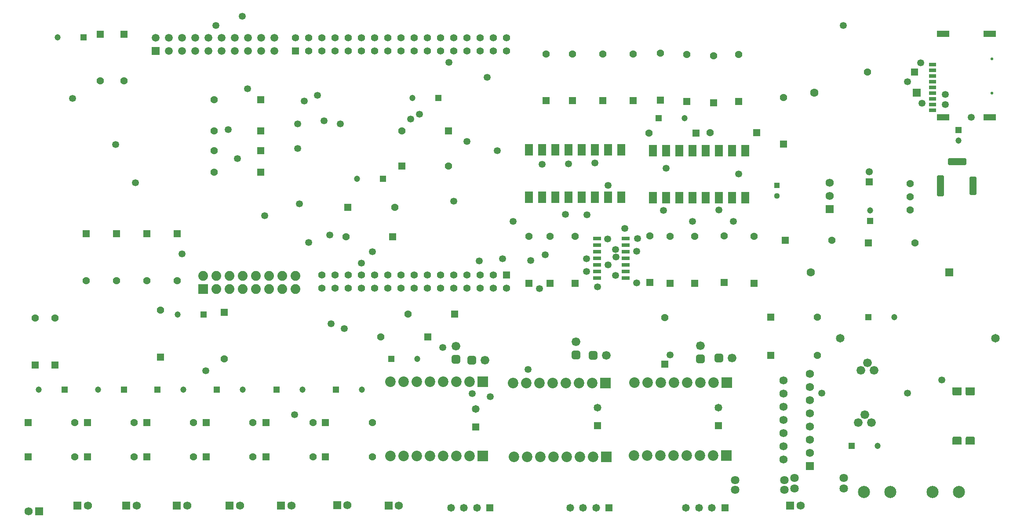
<source format=gts>
G04*
G04 #@! TF.GenerationSoftware,Altium Limited,Altium Designer,24.2.2 (26)*
G04*
G04 Layer_Color=8388736*
%FSLAX42Y42*%
%MOMM*%
G71*
G04*
G04 #@! TF.SameCoordinates,1B85D7C3-CB2C-498D-ACBB-91D5DC165851*
G04*
G04*
G04 #@! TF.FilePolarity,Negative*
G04*
G01*
G75*
%ADD20C,1.37*%
%ADD21R,1.48X0.70*%
%ADD22R,1.53X2.18*%
%ADD23R,2.48X1.18*%
%ADD24R,1.63X0.78*%
%ADD25C,1.63*%
%ADD26C,1.58*%
%ADD27R,1.58X1.58*%
%ADD28C,1.65*%
%ADD29C,1.50*%
%ADD30C,1.88*%
%ADD31C,1.39*%
%ADD32R,1.39X1.39*%
%ADD33C,1.43*%
%ADD34C,1.20*%
%ADD35R,1.20X1.20*%
%ADD36R,1.88X1.88*%
%ADD37R,1.43X1.43*%
%ADD38C,1.68*%
%ADD39C,0.55*%
%ADD40R,1.60X1.60*%
%ADD41C,1.60*%
%ADD42C,1.48*%
%ADD43R,1.48X1.48*%
%ADD44R,1.48X1.48*%
%ADD45R,1.43X1.43*%
%ADD46C,1.35*%
%ADD47R,1.50X1.50*%
G04:AMPARAMS|DCode=48|XSize=1.68mm|YSize=1.68mm|CornerRadius=0.44mm|HoleSize=0mm|Usage=FLASHONLY|Rotation=90.000|XOffset=0mm|YOffset=0mm|HoleType=Round|Shape=RoundedRectangle|*
%AMROUNDEDRECTD48*
21,1,1.68,0.80,0,0,90.0*
21,1,0.80,1.68,0,0,90.0*
1,1,0.88,0.40,0.40*
1,1,0.88,0.40,-0.40*
1,1,0.88,-0.40,-0.40*
1,1,0.88,-0.40,0.40*
%
%ADD48ROUNDEDRECTD48*%
G04:AMPARAMS|DCode=49|XSize=3.58mm|YSize=1.38mm|CornerRadius=0.36mm|HoleSize=0mm|Usage=FLASHONLY|Rotation=0.000|XOffset=0mm|YOffset=0mm|HoleType=Round|Shape=RoundedRectangle|*
%AMROUNDEDRECTD49*
21,1,3.58,0.65,0,0,0.0*
21,1,2.85,1.38,0,0,0.0*
1,1,0.73,1.43,-0.33*
1,1,0.73,-1.43,-0.33*
1,1,0.73,-1.43,0.33*
1,1,0.73,1.43,0.33*
%
%ADD49ROUNDEDRECTD49*%
G04:AMPARAMS|DCode=50|XSize=3.58mm|YSize=1.38mm|CornerRadius=0.36mm|HoleSize=0mm|Usage=FLASHONLY|Rotation=270.000|XOffset=0mm|YOffset=0mm|HoleType=Round|Shape=RoundedRectangle|*
%AMROUNDEDRECTD50*
21,1,3.58,0.65,0,0,270.0*
21,1,2.85,1.38,0,0,270.0*
1,1,0.73,-0.33,-1.43*
1,1,0.73,-0.33,1.43*
1,1,0.73,0.33,1.43*
1,1,0.73,0.33,-1.43*
%
%ADD50ROUNDEDRECTD50*%
G04:AMPARAMS|DCode=51|XSize=4.08mm|YSize=1.38mm|CornerRadius=0.36mm|HoleSize=0mm|Usage=FLASHONLY|Rotation=270.000|XOffset=0mm|YOffset=0mm|HoleType=Round|Shape=RoundedRectangle|*
%AMROUNDEDRECTD51*
21,1,4.08,0.65,0,0,270.0*
21,1,3.35,1.38,0,0,270.0*
1,1,0.73,-0.33,-1.68*
1,1,0.73,-0.33,1.68*
1,1,0.73,0.33,1.68*
1,1,0.73,0.33,-1.68*
%
%ADD51ROUNDEDRECTD51*%
%ADD52R,1.38X1.38*%
%ADD53C,1.38*%
%ADD54R,1.20X1.20*%
G04:AMPARAMS|DCode=55|XSize=1.68mm|YSize=1.68mm|CornerRadius=0.44mm|HoleSize=0mm|Usage=FLASHONLY|Rotation=0.000|XOffset=0mm|YOffset=0mm|HoleType=Round|Shape=RoundedRectangle|*
%AMROUNDEDRECTD55*
21,1,1.68,0.80,0,0,0.0*
21,1,0.80,1.68,0,0,0.0*
1,1,0.88,0.40,-0.40*
1,1,0.88,-0.40,-0.40*
1,1,0.88,-0.40,0.40*
1,1,0.88,0.40,0.40*
%
%ADD55ROUNDEDRECTD55*%
%ADD56C,2.03*%
%ADD57R,2.03X2.03*%
%ADD58C,2.33*%
%ADD59R,1.58X1.58*%
%ADD60R,1.13X1.13*%
%ADD61C,1.13*%
%ADD62C,1.35*%
G36*
X18785Y1615D02*
X18792Y1608D01*
X18796Y1599D01*
Y1594D01*
Y1467D01*
X18618D01*
Y1594D01*
Y1599D01*
X18622Y1608D01*
X18629Y1615D01*
X18638Y1619D01*
X18776D01*
X18785Y1615D01*
D02*
G37*
G36*
X19039D02*
X19046Y1608D01*
X19050Y1599D01*
Y1594D01*
Y1467D01*
X18872D01*
Y1594D01*
Y1599D01*
X18876Y1608D01*
X18883Y1615D01*
X18892Y1619D01*
X19030D01*
X19039Y1615D01*
D02*
G37*
G36*
X18796Y2445D02*
Y2440D01*
X18792Y2431D01*
X18785Y2424D01*
X18776Y2420D01*
X18638D01*
X18629Y2424D01*
X18622Y2431D01*
X18618Y2440D01*
Y2445D01*
Y2572D01*
X18796D01*
Y2445D01*
D02*
G37*
G36*
X19050D02*
Y2440D01*
X19046Y2431D01*
X19039Y2424D01*
X19030Y2420D01*
X18892D01*
X18883Y2424D01*
X18876Y2431D01*
X18872Y2440D01*
Y2445D01*
Y2572D01*
X19050D01*
Y2445D01*
D02*
G37*
D20*
X18961Y2496D02*
D03*
X18707D02*
D03*
Y1543D02*
D03*
X18961D02*
D03*
D21*
X18238Y8462D02*
D03*
Y8792D02*
D03*
Y8682D02*
D03*
Y8572D02*
D03*
Y8352D02*
D03*
Y8242D02*
D03*
Y8132D02*
D03*
Y8022D02*
D03*
Y7912D02*
D03*
D22*
X12852Y7137D02*
D03*
X13106D02*
D03*
X13360D02*
D03*
X13614D02*
D03*
X13868D02*
D03*
X14122D02*
D03*
X14376D02*
D03*
X14630D02*
D03*
Y6227D02*
D03*
X14376D02*
D03*
X14122D02*
D03*
X13868D02*
D03*
X13614D02*
D03*
X13360D02*
D03*
X13106D02*
D03*
X12852D02*
D03*
X10465Y7150D02*
D03*
X10719D02*
D03*
X10973D02*
D03*
X11227D02*
D03*
X11481D02*
D03*
X11735D02*
D03*
X11989D02*
D03*
X12243D02*
D03*
Y6240D02*
D03*
X11989D02*
D03*
X11735D02*
D03*
X11481D02*
D03*
X11227D02*
D03*
X10973D02*
D03*
X10719D02*
D03*
X10465D02*
D03*
D23*
X18438Y7774D02*
D03*
X19338D02*
D03*
Y9389D02*
D03*
X18438D02*
D03*
D24*
X11780Y5436D02*
D03*
Y5309D02*
D03*
Y5182D02*
D03*
Y5055D02*
D03*
Y4928D02*
D03*
Y4801D02*
D03*
Y4674D02*
D03*
X12325D02*
D03*
Y4801D02*
D03*
Y4928D02*
D03*
Y5055D02*
D03*
Y5182D02*
D03*
Y5309D02*
D03*
Y5436D02*
D03*
D25*
X14433Y787D02*
D03*
X15387D02*
D03*
Y597D02*
D03*
X14433D02*
D03*
X15576Y622D02*
D03*
X16530D02*
D03*
Y826D02*
D03*
X15576D02*
D03*
D26*
X15875Y2832D02*
D03*
X15367Y2705D02*
D03*
X15875Y2578D02*
D03*
X15367Y2451D02*
D03*
X15875Y2324D02*
D03*
X15367Y2197D02*
D03*
X15875Y2070D02*
D03*
X15367Y1943D02*
D03*
X15875Y1816D02*
D03*
X15367Y1689D02*
D03*
X15875Y1562D02*
D03*
X15367Y1435D02*
D03*
X15875Y1308D02*
D03*
X15367Y1181D02*
D03*
X4902Y293D02*
D03*
X829Y182D02*
D03*
X7961Y295D02*
D03*
X5890D02*
D03*
X1968Y293D02*
D03*
X2908D02*
D03*
X6969Y305D02*
D03*
X3886Y293D02*
D03*
X15696Y293D02*
D03*
X16256Y6261D02*
D03*
Y6515D02*
D03*
D27*
X15875Y1054D02*
D03*
X4702Y293D02*
D03*
X1029Y182D02*
D03*
X7761Y295D02*
D03*
X5690D02*
D03*
X1768Y293D02*
D03*
X2708D02*
D03*
X6769Y305D02*
D03*
X3686Y293D02*
D03*
X15496Y293D02*
D03*
D28*
X19449Y3518D02*
D03*
X16459D02*
D03*
D29*
X3274Y9309D02*
D03*
X3528Y9055D02*
D03*
Y9309D02*
D03*
X4036D02*
D03*
X4798Y9055D02*
D03*
X5052D02*
D03*
X5306D02*
D03*
X5560D02*
D03*
Y9309D02*
D03*
X5306D02*
D03*
X5052D02*
D03*
X4798D02*
D03*
X4544D02*
D03*
Y9055D02*
D03*
X4290Y9309D02*
D03*
Y9055D02*
D03*
X4036D02*
D03*
X3782Y9309D02*
D03*
Y9055D02*
D03*
D30*
X4697Y4724D02*
D03*
X4951D02*
D03*
X5205D02*
D03*
X5459Y4470D02*
D03*
Y4724D02*
D03*
X5713Y4470D02*
D03*
X4189Y4724D02*
D03*
X4443Y4470D02*
D03*
Y4724D02*
D03*
X4697Y4470D02*
D03*
X4951D02*
D03*
X5205D02*
D03*
X5713Y4724D02*
D03*
X5967Y4470D02*
D03*
Y4724D02*
D03*
D31*
X9778Y4483D02*
D03*
X9524Y4737D02*
D03*
Y4483D02*
D03*
X9270D02*
D03*
X9016Y4737D02*
D03*
Y4483D02*
D03*
X8762Y4737D02*
D03*
Y4483D02*
D03*
X8508Y4737D02*
D03*
Y4483D02*
D03*
X8254Y4737D02*
D03*
X7746D02*
D03*
X7492D02*
D03*
Y4483D02*
D03*
X7238Y4737D02*
D03*
Y4483D02*
D03*
X6984Y4737D02*
D03*
X6476Y4483D02*
D03*
X6222Y9055D02*
D03*
X6476D02*
D03*
X7238D02*
D03*
X7492D02*
D03*
X8000D02*
D03*
X8508Y9309D02*
D03*
X9016Y9055D02*
D03*
X9270D02*
D03*
X9524D02*
D03*
X10032D02*
D03*
X6730Y4483D02*
D03*
X6984D02*
D03*
X7746D02*
D03*
X8000D02*
D03*
X8254D02*
D03*
X10032D02*
D03*
X6476Y4737D02*
D03*
X6730D02*
D03*
X8000D02*
D03*
X9270D02*
D03*
X9778D02*
D03*
X7492Y9309D02*
D03*
X5968D02*
D03*
X6222D02*
D03*
X6476D02*
D03*
X6730Y9055D02*
D03*
Y9309D02*
D03*
X6984Y9055D02*
D03*
Y9309D02*
D03*
X7238D02*
D03*
X7746Y9055D02*
D03*
Y9309D02*
D03*
X8000D02*
D03*
X8254Y9055D02*
D03*
Y9309D02*
D03*
X8508Y9055D02*
D03*
X8762D02*
D03*
Y9309D02*
D03*
X9016D02*
D03*
X9270D02*
D03*
X9524D02*
D03*
X9778Y9055D02*
D03*
Y9309D02*
D03*
X10032D02*
D03*
D32*
X5968Y9055D02*
D03*
X10032Y4737D02*
D03*
D33*
X13081Y3917D02*
D03*
X15367Y8159D02*
D03*
X17900Y5359D02*
D03*
X4401Y7137D02*
D03*
Y8115D02*
D03*
Y7518D02*
D03*
Y6718D02*
D03*
X13952Y7480D02*
D03*
X12778Y7468D02*
D03*
X2210Y8478D02*
D03*
X2667D02*
D03*
X4006Y1889D02*
D03*
X5149D02*
D03*
X1720D02*
D03*
X2863D02*
D03*
X7448D02*
D03*
X1334Y3904D02*
D03*
X16020Y3924D02*
D03*
X16300Y5410D02*
D03*
X7614Y3543D02*
D03*
X8135Y3988D02*
D03*
X952Y3904D02*
D03*
X1720Y1228D02*
D03*
X4006D02*
D03*
X2863D02*
D03*
X5149D02*
D03*
X6305D02*
D03*
Y1889D02*
D03*
X8018Y7518D02*
D03*
X8918Y6833D02*
D03*
X7880Y6045D02*
D03*
X6941Y5474D02*
D03*
X4597Y3119D02*
D03*
X3693Y4630D02*
D03*
X3108D02*
D03*
X2524D02*
D03*
X1940D02*
D03*
X16987Y8649D02*
D03*
X3365Y4057D02*
D03*
X17805Y5994D02*
D03*
Y6248D02*
D03*
Y6502D02*
D03*
X14224Y5492D02*
D03*
X13183Y5479D02*
D03*
X12789Y5492D02*
D03*
X10465Y5479D02*
D03*
X11354D02*
D03*
X10871D02*
D03*
X16020Y3188D02*
D03*
X7448Y1228D02*
D03*
X12471Y8998D02*
D03*
X11887D02*
D03*
X11303D02*
D03*
X10795Y8997D02*
D03*
X14503Y8984D02*
D03*
X14021Y8959D02*
D03*
X13500Y8984D02*
D03*
X12992Y9010D02*
D03*
X13652Y5479D02*
D03*
X14796D02*
D03*
D34*
X13458Y7760D02*
D03*
X3700Y3975D02*
D03*
X8315Y3124D02*
D03*
X7248Y2524D02*
D03*
X1388Y9322D02*
D03*
X1020Y2524D02*
D03*
X2163D02*
D03*
X3806D02*
D03*
X6105D02*
D03*
X4949D02*
D03*
X8218Y8153D02*
D03*
X7154Y6591D02*
D03*
X17031Y5982D02*
D03*
X18732Y7328D02*
D03*
X17179Y1448D02*
D03*
X17497Y3924D02*
D03*
D35*
X12958Y7760D02*
D03*
X4200Y3975D02*
D03*
X7814Y3124D02*
D03*
X6748Y2524D02*
D03*
X1888Y9322D02*
D03*
X1520Y2524D02*
D03*
X2663D02*
D03*
X3306D02*
D03*
X5605D02*
D03*
X4449D02*
D03*
X8718Y8153D02*
D03*
X7654Y6591D02*
D03*
X16679Y1448D02*
D03*
X16997Y3924D02*
D03*
D36*
X4189Y4470D02*
D03*
D37*
X17000Y5359D02*
D03*
X5301Y7137D02*
D03*
Y8115D02*
D03*
Y7518D02*
D03*
Y6718D02*
D03*
X14852Y7480D02*
D03*
X13678Y7468D02*
D03*
X3106Y1889D02*
D03*
X4249D02*
D03*
X820D02*
D03*
X1963D02*
D03*
X6548D02*
D03*
X15120Y3924D02*
D03*
X15400Y5410D02*
D03*
X8515Y3543D02*
D03*
X9035Y3988D02*
D03*
X820Y1228D02*
D03*
X3106D02*
D03*
X1963D02*
D03*
X4249D02*
D03*
X5405D02*
D03*
Y1889D02*
D03*
X8918Y7518D02*
D03*
X8018Y6833D02*
D03*
X6979Y6045D02*
D03*
X7841Y5474D02*
D03*
X17887Y8649D02*
D03*
X15120Y3188D02*
D03*
X6548Y1228D02*
D03*
D38*
X16802Y1892D02*
D03*
X16929Y2042D02*
D03*
X17056Y1892D02*
D03*
X16853Y2896D02*
D03*
X16980Y3046D02*
D03*
X17107Y2896D02*
D03*
X13767Y3378D02*
D03*
X9614Y3099D02*
D03*
X9055Y3365D02*
D03*
X11367Y3454D02*
D03*
X14376Y3137D02*
D03*
X11951Y3188D02*
D03*
D39*
X19380Y8242D02*
D03*
Y8902D02*
D03*
D40*
X18562Y4788D02*
D03*
X17932Y8255D02*
D03*
D41*
X15888Y4788D02*
D03*
X15959Y8255D02*
D03*
D42*
X9436Y2156D02*
D03*
X13987Y250D02*
D03*
X13737D02*
D03*
X13487D02*
D03*
X9461D02*
D03*
X9211D02*
D03*
X8962D02*
D03*
X14110Y2182D02*
D03*
X11786D02*
D03*
X11256Y250D02*
D03*
X11506D02*
D03*
X11756D02*
D03*
D43*
X9436Y1806D02*
D03*
X14110Y1832D02*
D03*
X11786D02*
D03*
D44*
X14237Y250D02*
D03*
X9712D02*
D03*
X12006D02*
D03*
D45*
X2210Y9378D02*
D03*
X2667D02*
D03*
X1334Y3004D02*
D03*
X952D02*
D03*
X4597Y4019D02*
D03*
X3693Y5530D02*
D03*
X3108D02*
D03*
X2524D02*
D03*
X1940D02*
D03*
X3365Y3157D02*
D03*
X14224Y4592D02*
D03*
X13081Y3017D02*
D03*
X13183Y4579D02*
D03*
X12789Y4592D02*
D03*
X10465Y4579D02*
D03*
X11354D02*
D03*
X10871D02*
D03*
X15367Y7259D02*
D03*
X12471Y8098D02*
D03*
X11887D02*
D03*
X11303D02*
D03*
X10795Y8097D02*
D03*
X14503Y8084D02*
D03*
X14021Y8059D02*
D03*
X13500Y8084D02*
D03*
X12992Y8110D02*
D03*
X13652Y4579D02*
D03*
X14796D02*
D03*
D46*
X17755Y2464D02*
D03*
X16105D02*
D03*
D47*
X3274Y9055D02*
D03*
D48*
X13767Y3124D02*
D03*
X9055Y3111D02*
D03*
X11367Y3200D02*
D03*
D49*
X18712Y6922D02*
D03*
D50*
X19012Y6452D02*
D03*
D51*
X18392D02*
D03*
D52*
X17018Y6531D02*
D03*
D53*
Y6731D02*
D03*
D54*
X17031Y5782D02*
D03*
X18732Y7528D02*
D03*
D55*
X9360Y3099D02*
D03*
X14122Y3137D02*
D03*
X11697Y3188D02*
D03*
D56*
X10160Y2654D02*
D03*
X10414D02*
D03*
X10668D02*
D03*
X10922D02*
D03*
X11176D02*
D03*
X11430D02*
D03*
X11684D02*
D03*
X7798Y2680D02*
D03*
X8052D02*
D03*
X8306D02*
D03*
X8560D02*
D03*
X8814D02*
D03*
X9068D02*
D03*
X9322D02*
D03*
X7798Y1245D02*
D03*
X8052D02*
D03*
X8306D02*
D03*
X8560D02*
D03*
X8814D02*
D03*
X9068D02*
D03*
X9322D02*
D03*
X12992Y1257D02*
D03*
X10173Y1232D02*
D03*
X10427D02*
D03*
X10681D02*
D03*
X10935D02*
D03*
X11189D02*
D03*
X11443D02*
D03*
X11697D02*
D03*
X14021Y2667D02*
D03*
X13767D02*
D03*
X13513D02*
D03*
X13259D02*
D03*
X13005D02*
D03*
X12751D02*
D03*
X12497D02*
D03*
X14008Y1257D02*
D03*
X13754D02*
D03*
X13500D02*
D03*
X13246D02*
D03*
X12738D02*
D03*
X12484D02*
D03*
D57*
X11938Y2654D02*
D03*
X9576Y2680D02*
D03*
Y1245D02*
D03*
X11951Y1232D02*
D03*
X14275Y2667D02*
D03*
X14262Y1257D02*
D03*
D58*
X18745Y558D02*
D03*
X18237D02*
D03*
X16916Y558D02*
D03*
X17424D02*
D03*
D59*
X16256Y6007D02*
D03*
D60*
X15240Y6464D02*
D03*
D61*
Y6264D02*
D03*
D62*
X17757Y8462D02*
D03*
X11786Y4508D02*
D03*
X12134Y4731D02*
D03*
X11576Y5048D02*
D03*
X12129Y5232D02*
D03*
X12143Y5081D02*
D03*
X11989Y4928D02*
D03*
X11980Y5429D02*
D03*
X12306Y5639D02*
D03*
X12535Y5194D02*
D03*
X6515Y7709D02*
D03*
X6134Y8090D02*
D03*
X6007Y7175D02*
D03*
X11735Y6896D02*
D03*
X11227Y6883D02*
D03*
X11989Y6464D02*
D03*
X13106Y6794D02*
D03*
X1676Y8141D02*
D03*
X2502Y7252D02*
D03*
X8801Y3340D02*
D03*
X18479Y8026D02*
D03*
Y8217D02*
D03*
X18009Y8826D02*
D03*
X12535Y4585D02*
D03*
X13056Y5982D02*
D03*
X18034Y8052D02*
D03*
X11163Y5906D02*
D03*
X14122Y5994D02*
D03*
X6629Y5512D02*
D03*
X3785Y5144D02*
D03*
X2883Y6515D02*
D03*
X4940Y9728D02*
D03*
X16515Y9550D02*
D03*
X9957Y5050D02*
D03*
X9657Y8547D02*
D03*
X4432Y9545D02*
D03*
X9505Y5006D02*
D03*
X14501Y6683D02*
D03*
X11582Y5900D02*
D03*
X10780Y5131D02*
D03*
X9274Y7315D02*
D03*
X9014Y6162D02*
D03*
X9715Y2390D02*
D03*
X13185Y3195D02*
D03*
X6657Y3800D02*
D03*
X9368Y2451D02*
D03*
X6388Y8202D02*
D03*
X4244Y2888D02*
D03*
X6226Y5362D02*
D03*
X6906Y3706D02*
D03*
X10498Y5019D02*
D03*
X10719Y6868D02*
D03*
X14399Y5769D02*
D03*
X13614D02*
D03*
X5954Y2047D02*
D03*
X10668Y4473D02*
D03*
X10450Y2916D02*
D03*
X5042Y8331D02*
D03*
X7447Y5189D02*
D03*
X6043Y6111D02*
D03*
X8352Y7838D02*
D03*
X12555Y5436D02*
D03*
X8184Y7747D02*
D03*
X10160Y5771D02*
D03*
X6007Y7648D02*
D03*
X6828D02*
D03*
X8923Y8832D02*
D03*
X9855Y7137D02*
D03*
X7238Y4968D02*
D03*
X5375Y5880D02*
D03*
X4851Y6980D02*
D03*
X4674Y7544D02*
D03*
X18418Y2710D02*
D03*
X18979Y7774D02*
D03*
X11575Y4801D02*
D03*
M02*

</source>
